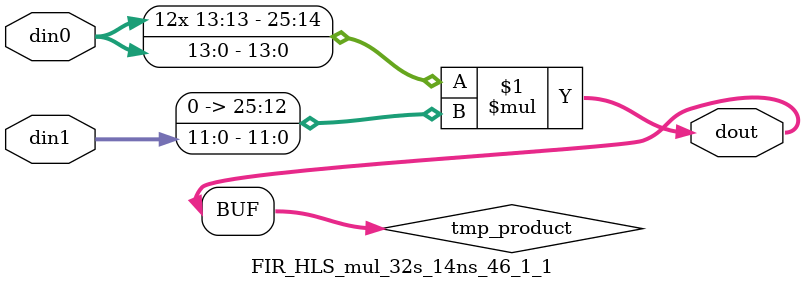
<source format=v>

`timescale 1 ns / 1 ps

 module FIR_HLS_mul_32s_14ns_46_1_1(din0, din1, dout);
parameter ID = 1;
parameter NUM_STAGE = 0;
parameter din0_WIDTH = 14;
parameter din1_WIDTH = 12;
parameter dout_WIDTH = 26;

input [din0_WIDTH - 1 : 0] din0; 
input [din1_WIDTH - 1 : 0] din1; 
output [dout_WIDTH - 1 : 0] dout;

wire signed [dout_WIDTH - 1 : 0] tmp_product;


























assign tmp_product = $signed(din0) * $signed({1'b0, din1});









assign dout = tmp_product;





















endmodule

</source>
